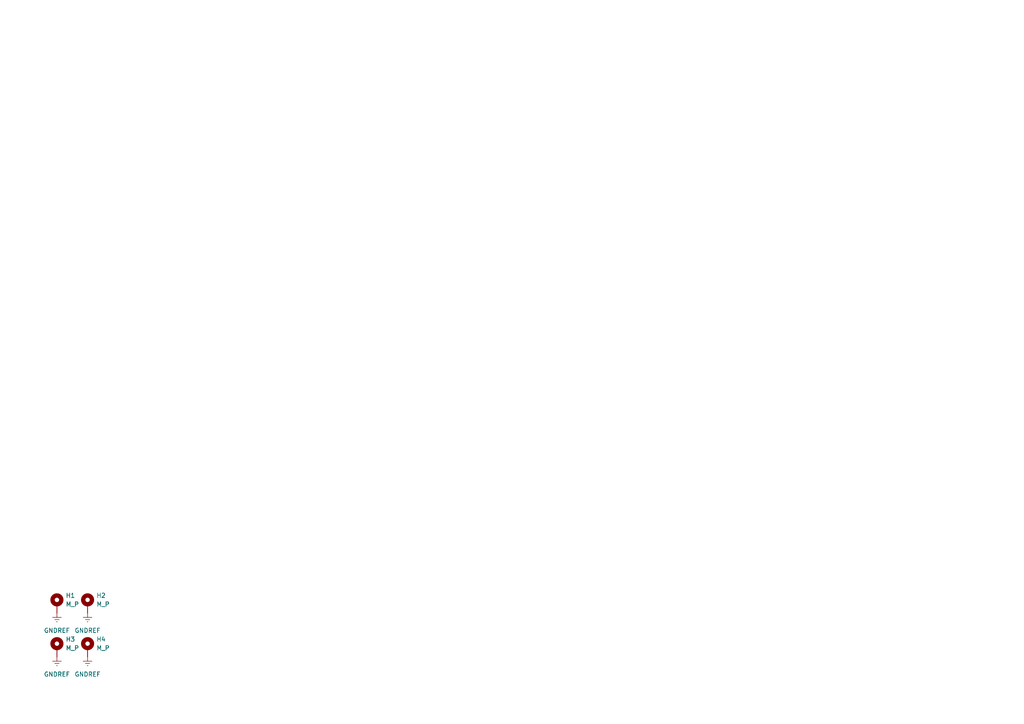
<source format=kicad_sch>
(kicad_sch (version 20230121) (generator eeschema)
  (paper "A4")
  (lib_symbols
    (symbol "Mechanical:MountingHole_Pad" (pin_numbers hide) (pin_names (offset 1.016) hide)
      (property "Reference" "H" (at 0 6.35 0))
      (property "Value" "MountingHole_Pad" (at 0 4.445 0))
      (symbol "MountingHole_Pad_0_1"
        (circle (center 0 1.27) (radius 1.27) (stroke (width 1.27)))
      )
      (symbol "MountingHole_Pad_1_1"
        (pin input line (at 0 -2.54 90) (length 2.54) (name "1") (number "1"))
      )
    )
    (symbol "power:GNDREF" (power) (pin_names (offset 0))
      (property "Value" "GNDREF" (at 0 -3.81 0))
      (symbol "GNDREF_0_1"
        (polyline (pts (xy -0.635 -1.905) (xy 0.635 -1.905)))
        (polyline (pts (xy -0.127 -2.54) (xy 0.127 -2.54)))
        (polyline (pts (xy 0 -1.27) (xy 0 0)))
        (polyline (pts (xy 1.27 -1.27) (xy -1.27 -1.27)))
      )
      (symbol "GNDREF_1_1"
        (pin power_in line (at 0 0 270) (length 0) hide (name "GNDREF") (number "1"))
      )
    )
  )
  (symbol (lib_id "power:GNDREF") (at 16.51 190.5 0) (unit 1)
    (property "Reference" "#PWR03" (effects hide))
    (property "Value" "GNDREF" (at 16.51 195.58 0))
  )
  (symbol (lib_id "Mechanical:MountingHole_Pad") (at 16.51 175.26 0) (unit 1)
    (property "Reference" "H1" (at 19.05 172.72 0) (effects (justify left)))
    (property "Value" "M_P" (at 19.05 175.26 0) (effects (justify left)))
    (property "Footprint" "MountingHole:MountingHole_4.3mm_M4_DIN965_Pad" (effects hide))
  )
  (symbol (lib_id "Mechanical:MountingHole_Pad") (at 25.4 175.26 0) (unit 1)
    (property "Reference" "H2" (at 27.94 172.72 0) (effects (justify left)))
    (property "Value" "M_P" (at 27.94 175.26 0) (effects (justify left)))
    (property "Footprint" "MountingHole:MountingHole_4.3mm_M4_DIN965_Pad" (effects hide))
  )
  (symbol (lib_id "Mechanical:MountingHole_Pad") (at 16.51 187.96 0) (unit 1)
    (property "Reference" "H3" (at 19.05 185.42 0) (effects (justify left)))
    (property "Value" "M_P" (at 19.05 187.96 0) (effects (justify left)))
    (property "Footprint" "MountingHole:MountingHole_4.3mm_M4_DIN965_Pad" (effects hide))
  )
  (symbol (lib_id "power:GNDREF") (at 16.51 177.8 0) (unit 1)
    (property "Reference" "#PWR01" (effects hide))
    (property "Value" "GNDREF" (at 16.51 182.88 0))
  )
  (symbol (lib_id "power:GNDREF") (at 25.4 177.8 0) (unit 1)
    (property "Reference" "#PWR02" (effects hide))
    (property "Value" "GNDREF" (at 25.4 182.88 0))
  )
  (symbol (lib_id "power:GNDREF") (at 25.4 190.5 0) (unit 1)
    (property "Reference" "#PWR04" (effects hide))
    (property "Value" "GNDREF" (at 25.4 195.58 0))
  )
  (symbol (lib_id "Mechanical:MountingHole_Pad") (at 25.4 187.96 0) (unit 1)
    (property "Reference" "H4" (at 27.94 185.42 0) (effects (justify left)))
    (property "Value" "M_P" (at 27.94 187.96 0) (effects (justify left)))
    (property "Footprint" "MountingHole:MountingHole_4.3mm_M4_DIN965_Pad" (effects hide))
  )
)
</source>
